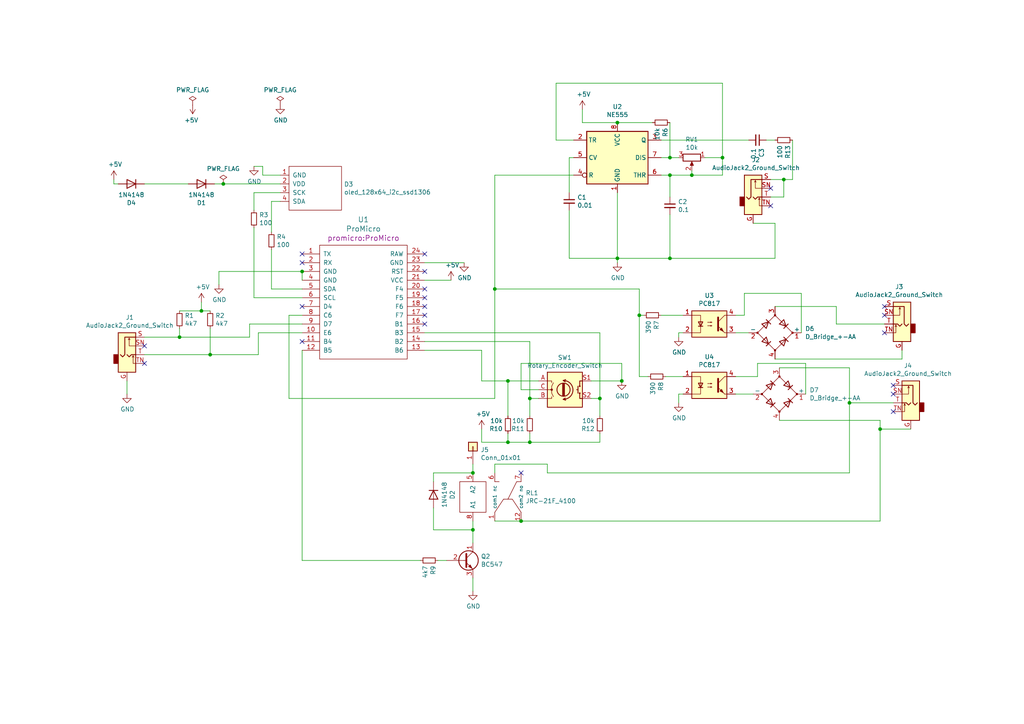
<source format=kicad_sch>
(kicad_sch (version 20211123) (generator eeschema)
  (paper "A4")
  (lib_symbols
    (symbol "Connector:AudioJack2_Ground_Switch"
      (property "Reference" "J" (at 0 11.43 0))
      (property "Value" "AudioJack2_Ground_Switch" (at 0 8.89 0))
      (symbol "AudioJack2_Ground_Switch_0_1"
        (rectangle (start -2.54 -2.54) (end -3.81 0) (stroke (width 0.254)) (fill (type outline)))
        (rectangle (start 2.54 6.35) (end -2.54 -5.08) (stroke (width 0.254)) (fill (type background)))
      )
      (symbol "AudioJack2_Ground_Switch_1_1"
        (polyline (pts (xy 0.635 4.826) (xy 0.889 4.318)))
        (polyline (pts (xy 1.778 -0.254) (xy 2.032 -0.762)))
        (polyline (pts (xy 0 0) (xy 0.635 -0.635) (xy 1.27 0) (xy 2.54 0)) (stroke (width 0.254)))
        (polyline (pts (xy 2.54 -2.54) (xy 1.778 -2.54) (xy 1.778 -0.254) (xy 1.524 -0.762)))
        (polyline (pts (xy 2.54 2.54) (xy 0.635 2.54) (xy 0.635 4.826) (xy 0.381 4.318)))
        (polyline (pts (xy 2.54 5.08) (xy -0.635 5.08) (xy -0.635 0) (xy -1.27 -0.635) (xy -1.905 0)) (stroke (width 0.254)))
        (pin passive line (at 0 -7.62 90) (length 2.54) (name "~") (number "G"))
        (pin passive line (at 5.08 5.08 180) (length 2.54) (name "~") (number "S"))
        (pin passive line (at 5.08 2.54 180) (length 2.54) (name "~") (number "SN"))
        (pin passive line (at 5.08 0 180) (length 2.54) (name "~") (number "T"))
        (pin passive line (at 5.08 -2.54 180) (length 2.54) (name "~") (number "TN"))
      )
    )
    (symbol "Connector_Generic:Conn_01x01" (pin_names (offset 1.016) hide)
      (property "Reference" "J" (at 0 2.54 0))
      (property "Value" "Conn_01x01" (at 0 -2.54 0))
      (symbol "Conn_01x01_1_1"
        (rectangle (start -1.27 0.127) (end 0 -0.127) (stroke (width 0.1524)))
        (rectangle (start -1.27 1.27) (end 1.27 -1.27) (stroke (width 0.254)) (fill (type background)))
        (pin passive line (at -5.08 0 0) (length 3.81) (name "Pin_1") (number "1"))
      )
    )
    (symbol "Device:C_Small" (pin_numbers hide) (pin_names (offset 0.254) hide)
      (property "Reference" "C" (at 0.254 1.778 0))
      (property "Value" "C_Small" (at 0.254 -2.032 0))
      (symbol "C_Small_0_1"
        (polyline (pts (xy -1.524 -0.508) (xy 1.524 -0.508)) (stroke (width 0.3302)))
        (polyline (pts (xy -1.524 0.508) (xy 1.524 0.508)) (stroke (width 0.3048)))
      )
      (symbol "C_Small_1_1"
        (pin passive line (at 0 2.54 270) (length 2.032) (name "~") (number "1"))
        (pin passive line (at 0 -2.54 90) (length 2.032) (name "~") (number "2"))
      )
    )
    (symbol "Device:D_Bridge_+-AA" (pin_names (offset 0))
      (property "Reference" "D" (at 2.54 6.985 0))
      (property "Value" "D_Bridge_+-AA" (at 2.54 5.08 0))
      (symbol "D_Bridge_+-AA_0_1"
        (circle (center -5.08 0) (radius 0.254) (fill (type outline)))
        (circle (center 0 -5.08) (radius 0.254) (fill (type outline)))
        (polyline (pts (xy -2.54 3.81) (xy -1.27 2.54)) (stroke (width 0.254)))
        (polyline (pts (xy -1.27 -2.54) (xy -2.54 -3.81)) (stroke (width 0.254)))
        (polyline (pts (xy 2.54 -1.27) (xy 3.81 -2.54)) (stroke (width 0.254)))
        (polyline (pts (xy 2.54 1.27) (xy 3.81 2.54)) (stroke (width 0.254)))
        (polyline (pts (xy -3.81 2.54) (xy -2.54 1.27) (xy -1.905 3.175) (xy -3.81 2.54)) (stroke (width 0.254)))
        (polyline (pts (xy -2.54 -1.27) (xy -3.81 -2.54) (xy -1.905 -3.175) (xy -2.54 -1.27)) (stroke (width 0.254)))
        (polyline (pts (xy 1.27 2.54) (xy 2.54 3.81) (xy 3.175 1.905) (xy 1.27 2.54)) (stroke (width 0.254)))
        (polyline (pts (xy 3.175 -1.905) (xy 1.27 -2.54) (xy 2.54 -3.81) (xy 3.175 -1.905)) (stroke (width 0.254)))
        (polyline (pts (xy -5.08 0) (xy 0 -5.08) (xy 5.08 0) (xy 0 5.08) (xy -5.08 0)))
        (circle (center 0 5.08) (radius 0.254) (fill (type outline)))
        (circle (center 5.08 0) (radius 0.254) (fill (type outline)))
      )
      (symbol "D_Bridge_+-AA_1_1"
        (pin passive line (at 7.62 0 180) (length 2.54) (name "+") (number "1"))
        (pin passive line (at -7.62 0 0) (length 2.54) (name "-") (number "2"))
        (pin passive line (at 0 7.62 270) (length 2.54) (name "~") (number "3"))
        (pin passive line (at 0 -7.62 90) (length 2.54) (name "~") (number "4"))
      )
    )
    (symbol "Device:R_POT" (pin_names (offset 1.016) hide)
      (property "Reference" "RV" (at -4.445 0 90))
      (property "Value" "Device_R_POT" (at -2.54 0 90))
      (symbol "R_POT_0_1"
        (polyline (pts (xy 2.54 0) (xy 1.524 0)))
        (polyline (pts (xy 1.143 0) (xy 2.286 0.508) (xy 2.286 -0.508) (xy 1.143 0)) (fill (type outline)))
        (rectangle (start 1.016 2.54) (end -1.016 -2.54) (stroke (width 0.254)))
      )
      (symbol "R_POT_1_1"
        (pin passive line (at 0 3.81 270) (length 1.27) (name "1") (number "1"))
        (pin passive line (at 3.81 0 180) (length 1.27) (name "2") (number "2"))
        (pin passive line (at 0 -3.81 90) (length 1.27) (name "3") (number "3"))
      )
    )
    (symbol "Device:R_Small" (pin_numbers hide) (pin_names (offset 0.254) hide)
      (property "Reference" "R" (at 0.762 0.508 0))
      (property "Value" "R_Small" (at 0.762 -1.016 0))
      (symbol "R_Small_0_1"
        (rectangle (start -0.762 1.778) (end 0.762 -1.778) (stroke (width 0.2032)))
      )
      (symbol "R_Small_1_1"
        (pin passive line (at 0 2.54 270) (length 0.762) (name "~") (number "1"))
        (pin passive line (at 0 -2.54 90) (length 0.762) (name "~") (number "2"))
      )
    )
    (symbol "Device:Rotary_Encoder_Switch" (pin_names (offset 0.254) hide)
      (property "Reference" "SW" (at 0 6.604 0))
      (property "Value" "Device_Rotary_Encoder_Switch" (at 0 -6.604 0))
      (symbol "Rotary_Encoder_Switch_0_1"
        (rectangle (start -5.08 5.08) (end 5.08 -5.08) (stroke (width 0.254)) (fill (type background)))
        (circle (center -3.81 0) (radius 0.254) (fill (type outline)))
        (arc (start -0.381 -2.794) (mid 2.3622 -0.0508) (end -0.381 2.667) (stroke (width 0.254)))
        (circle (center -0.381 0) (radius 1.905) (stroke (width 0.254)))
        (polyline (pts (xy -0.635 -1.778) (xy -0.635 1.778)) (stroke (width 0.254)))
        (polyline (pts (xy -0.381 -1.778) (xy -0.381 1.778)) (stroke (width 0.254)))
        (polyline (pts (xy -0.127 1.778) (xy -0.127 -1.778)) (stroke (width 0.254)))
        (polyline (pts (xy 3.81 0) (xy 3.429 0)) (stroke (width 0.254)))
        (polyline (pts (xy 3.81 1.016) (xy 3.81 -1.016)) (stroke (width 0.254)))
        (polyline (pts (xy -5.08 -2.54) (xy -3.81 -2.54) (xy -3.81 -2.032)))
        (polyline (pts (xy -5.08 2.54) (xy -3.81 2.54) (xy -3.81 2.032)))
        (polyline (pts (xy 0.254 -3.048) (xy -0.508 -2.794) (xy 0.127 -2.413)) (stroke (width 0.254)))
        (polyline (pts (xy 0.254 2.921) (xy -0.508 2.667) (xy 0.127 2.286)) (stroke (width 0.254)))
        (polyline (pts (xy 5.08 -2.54) (xy 4.318 -2.54) (xy 4.318 -1.016)) (stroke (width 0.254)))
        (polyline (pts (xy 5.08 2.54) (xy 4.318 2.54) (xy 4.318 1.016)) (stroke (width 0.254)))
        (polyline (pts (xy -5.08 0) (xy -3.81 0) (xy -3.81 -1.016) (xy -3.302 -2.032)))
        (polyline (pts (xy -4.318 0) (xy -3.81 0) (xy -3.81 1.016) (xy -3.302 2.032)))
        (circle (center 4.318 -1.016) (radius 0.127) (stroke (width 0.254)))
        (circle (center 4.318 1.016) (radius 0.127) (stroke (width 0.254)))
      )
      (symbol "Rotary_Encoder_Switch_1_1"
        (pin passive line (at -7.62 2.54 0) (length 2.54) (name "A") (number "A"))
        (pin passive line (at -7.62 -2.54 0) (length 2.54) (name "B") (number "B"))
        (pin passive line (at -7.62 0 0) (length 2.54) (name "C") (number "C"))
        (pin passive line (at 7.62 2.54 180) (length 2.54) (name "S1") (number "S1"))
        (pin passive line (at 7.62 -2.54 180) (length 2.54) (name "S2") (number "S2"))
      )
    )
    (symbol "Diode:1N4148" (pin_numbers hide) (pin_names (offset 1.016) hide)
      (property "Reference" "D" (at 0 2.54 0))
      (property "Value" "1N4148" (at 0 -2.54 0))
      (symbol "1N4148_0_1"
        (polyline (pts (xy -1.27 1.27) (xy -1.27 -1.27)) (stroke (width 0.254)))
        (polyline (pts (xy 1.27 0) (xy -1.27 0)))
        (polyline (pts (xy 1.27 1.27) (xy 1.27 -1.27) (xy -1.27 0) (xy 1.27 1.27)) (stroke (width 0.254)))
      )
      (symbol "1N4148_1_1"
        (pin passive line (at -3.81 0 0) (length 2.54) (name "K") (number "1"))
        (pin passive line (at 3.81 0 180) (length 2.54) (name "A") (number "2"))
      )
    )
    (symbol "Isolator:PC817" (pin_names (offset 1.016))
      (property "Reference" "U" (at -5.08 5.08 0))
      (property "Value" "PC817" (at 0 5.08 0))
      (symbol "PC817_0_1"
        (rectangle (start -5.08 3.81) (end 5.08 -3.81) (stroke (width 0.254)) (fill (type background)))
        (polyline (pts (xy -3.175 -0.635) (xy -1.905 -0.635)) (stroke (width 0.254)))
        (polyline (pts (xy 2.54 0.635) (xy 4.445 2.54)))
        (polyline (pts (xy 4.445 -2.54) (xy 2.54 -0.635)) (fill (type outline)))
        (polyline (pts (xy 4.445 -2.54) (xy 5.08 -2.54)))
        (polyline (pts (xy 4.445 2.54) (xy 5.08 2.54)))
        (polyline (pts (xy -5.08 2.54) (xy -2.54 2.54) (xy -2.54 -0.635)))
        (polyline (pts (xy -2.54 -0.635) (xy -2.54 -2.54) (xy -5.08 -2.54)))
        (polyline (pts (xy 2.54 1.905) (xy 2.54 -1.905) (xy 2.54 -1.905)) (stroke (width 0.508)))
        (polyline (pts (xy -2.54 -0.635) (xy -3.175 0.635) (xy -1.905 0.635) (xy -2.54 -0.635)) (stroke (width 0.254)))
        (polyline (pts (xy -0.508 -0.508) (xy 0.762 -0.508) (xy 0.381 -0.635) (xy 0.381 -0.381) (xy 0.762 -0.508)))
        (polyline (pts (xy -0.508 0.508) (xy 0.762 0.508) (xy 0.381 0.381) (xy 0.381 0.635) (xy 0.762 0.508)))
        (polyline (pts (xy 3.048 -1.651) (xy 3.556 -1.143) (xy 4.064 -2.159) (xy 3.048 -1.651) (xy 3.048 -1.651)) (fill (type outline)))
      )
      (symbol "PC817_1_1"
        (pin passive line (at -7.62 2.54 0) (length 2.54) (name "~") (number "1"))
        (pin passive line (at -7.62 -2.54 0) (length 2.54) (name "~") (number "2"))
        (pin passive line (at 7.62 -2.54 180) (length 2.54) (name "~") (number "3"))
        (pin passive line (at 7.62 2.54 180) (length 2.54) (name "~") (number "4"))
      )
    )
    (symbol "Transistor_BJT:BC547" (pin_names (offset 0) hide)
      (property "Reference" "Q" (at 5.08 1.905 0))
      (property "Value" "BC547" (at 5.08 0 0))
      (symbol "BC547_0_1"
        (polyline (pts (xy 0 0) (xy 0.635 0)))
        (polyline (pts (xy 0.635 0.635) (xy 2.54 2.54)))
        (polyline (pts (xy 0.635 -0.635) (xy 2.54 -2.54) (xy 2.54 -2.54)))
        (polyline (pts (xy 0.635 1.905) (xy 0.635 -1.905) (xy 0.635 -1.905)) (stroke (width 0.508)))
        (polyline (pts (xy 1.27 -1.778) (xy 1.778 -1.27) (xy 2.286 -2.286) (xy 1.27 -1.778) (xy 1.27 -1.778)) (fill (type outline)))
        (circle (center 1.27 0) (radius 2.8194) (stroke (width 0.254)))
      )
      (symbol "BC547_1_1"
        (pin passive line (at 2.54 5.08 270) (length 2.54) (name "C") (number "1"))
        (pin input line (at -5.08 0 0) (length 5.08) (name "B") (number "2"))
        (pin passive line (at 2.54 -5.08 90) (length 2.54) (name "E") (number "3"))
      )
    )
    (symbol "manipulyator-v4-rescue:JRC-21F_4100-Relay" (pin_names (offset 1.016))
      (property "Reference" "RL" (at -5.08 -12.7 0))
      (property "Value" "JRC-21F_4100-Relay" (at -3.81 12.7 0))
      (symbol "JRC-21F_4100-Relay_0_1"
        (rectangle (start -13.97 -1.27) (end -13.97 -1.27))
        (rectangle (start -13.97 3.81) (end -6.35 -5.08))
        (polyline (pts (xy -3.81 -5.08) (xy -1.27 -1.27)))
        (polyline (pts (xy -3.81 3.81) (xy -2.54 3.81)))
        (polyline (pts (xy -1.27 -1.27) (xy 1.27 -1.27)))
        (polyline (pts (xy 0 -1.27) (xy 2.54 3.81)))
        (polyline (pts (xy 3.81 -5.08) (xy 1.27 -1.27)))
        (polyline (pts (xy 3.81 3.81) (xy 2.54 3.81)))
      )
      (symbol "JRC-21F_4100-Relay_1_1"
        (pin input line (at -3.81 -7.62 90) (length 2.54) (name "com1") (number "1"))
        (pin input line (at 3.81 -7.62 90) (length 2.54) (name "com2") (number "12"))
        (pin input line (at -10.16 6.35 270) (length 2.54) (name "A2") (number "5"))
        (pin input line (at -3.81 6.35 270) (length 2.54) (name "nc") (number "6"))
        (pin input line (at 3.81 6.35 270) (length 2.54) (name "no") (number "7"))
        (pin input line (at -10.16 -7.62 90) (length 2.54) (name "A1") (number "8"))
      )
    )
    (symbol "manipulyator-v4-rescue:NE555-Timer"
      (property "Reference" "U" (at -10.16 8.89 0))
      (property "Value" "NE555-Timer" (at 2.54 8.89 0))
      (symbol "NE555-Timer_0_0"
        (pin power_in line (at 0 -10.16 90) (length 2.54) (name "GND") (number "1"))
        (pin power_in line (at 0 10.16 270) (length 2.54) (name "VCC") (number "8"))
      )
      (symbol "NE555-Timer_0_1"
        (rectangle (start -8.89 -7.62) (end 8.89 7.62) (stroke (width 0.254)) (fill (type background)))
        (rectangle (start -8.89 -7.62) (end 8.89 7.62) (stroke (width 0.254)) (fill (type background)))
      )
      (symbol "NE555-Timer_1_1"
        (pin input line (at -12.7 5.08 0) (length 3.81) (name "TR") (number "2"))
        (pin output line (at 12.7 5.08 180) (length 3.81) (name "Q") (number "3"))
        (pin input inverted (at -12.7 -5.08 0) (length 3.81) (name "R") (number "4"))
        (pin input line (at -12.7 0 0) (length 3.81) (name "CV") (number "5"))
        (pin input line (at 12.7 -5.08 180) (length 3.81) (name "THR") (number "6"))
        (pin input line (at 12.7 0 180) (length 3.81) (name "DIS") (number "7"))
      )
    )
    (symbol "manipulyator-v4-rescue:ProMicro-promicro" (pin_names (offset 1.016))
      (property "Reference" "U" (at 0 24.13 0))
      (property "Value" "ProMicro-promicro" (at 0 -13.97 0))
      (symbol "ProMicro-promicro_0_1"
        (rectangle (start -12.7 21.59) (end 12.7 -11.43))
      )
      (symbol "ProMicro-promicro_1_1"
        (pin bidirectional line (at -17.78 19.05 0) (length 5.08) (name "TX") (number "1"))
        (pin bidirectional line (at -17.78 -3.81 0) (length 5.08) (name "E6") (number "10"))
        (pin bidirectional line (at -17.78 -6.35 0) (length 5.08) (name "B4") (number "11"))
        (pin bidirectional line (at -17.78 -8.89 0) (length 5.08) (name "B5") (number "12"))
        (pin bidirectional line (at 17.78 -8.89 180) (length 5.08) (name "B6") (number "13"))
        (pin bidirectional line (at 17.78 -6.35 180) (length 5.08) (name "B2") (number "14"))
        (pin bidirectional line (at 17.78 -3.81 180) (length 5.08) (name "B3") (number "15"))
        (pin bidirectional line (at 17.78 -1.27 180) (length 5.08) (name "B1") (number "16"))
        (pin bidirectional line (at 17.78 1.27 180) (length 5.08) (name "F7") (number "17"))
        (pin bidirectional line (at 17.78 3.81 180) (length 5.08) (name "F6") (number "18"))
        (pin bidirectional line (at 17.78 6.35 180) (length 5.08) (name "F5") (number "19"))
        (pin bidirectional line (at -17.78 16.51 0) (length 5.08) (name "RX") (number "2"))
        (pin bidirectional line (at 17.78 8.89 180) (length 5.08) (name "F4") (number "20"))
        (pin power_in line (at 17.78 11.43 180) (length 5.08) (name "VCC") (number "21"))
        (pin input line (at 17.78 13.97 180) (length 5.08) (name "RST") (number "22"))
        (pin power_in line (at 17.78 16.51 180) (length 5.08) (name "GND") (number "23"))
        (pin power_out line (at 17.78 19.05 180) (length 5.08) (name "RAW") (number "24"))
        (pin power_in line (at -17.78 13.97 0) (length 5.08) (name "GND") (number "3"))
        (pin power_in line (at -17.78 11.43 0) (length 5.08) (name "GND") (number "4"))
        (pin bidirectional line (at -17.78 8.89 0) (length 5.08) (name "SDA") (number "5"))
        (pin bidirectional line (at -17.78 6.35 0) (length 5.08) (name "SCL") (number "6"))
        (pin bidirectional line (at -17.78 3.81 0) (length 5.08) (name "D4") (number "7"))
        (pin bidirectional line (at -17.78 1.27 0) (length 5.08) (name "C6") (number "8"))
        (pin bidirectional line (at -17.78 -1.27 0) (length 5.08) (name "D7") (number "9"))
      )
    )
    (symbol "manipulyator-v4-rescue:oled_128x64_i2c_ssd1306-Display_Graphic-manipulyator-v3-rescue" (pin_names (offset 1.016))
      (property "Reference" "D" (at 0 7.62 0))
      (property "Value" "oled_128x64_i2c_ssd1306-Display_Graphic-manipulyator-v3-rescue" (at 0 -7.62 0))
      (symbol "oled_128x64_i2c_ssd1306-Display_Graphic-manipulyator-v3-rescue_0_1"
        (rectangle (start -7.62 6.35) (end 7.62 -6.35))
      )
      (symbol "oled_128x64_i2c_ssd1306-Display_Graphic-manipulyator-v3-rescue_1_1"
        (pin power_in line (at -10.16 3.81 0) (length 2.54) (name "GND") (number "1"))
        (pin power_in line (at -10.16 1.27 0) (length 2.54) (name "VDD") (number "2"))
        (pin input line (at -10.16 -1.27 0) (length 2.54) (name "SCK") (number "3"))
        (pin input line (at -10.16 -3.81 0) (length 2.54) (name "SDA") (number "4"))
      )
    )
    (symbol "power:+5V" (power) (pin_names (offset 0))
      (property "Value" "+5V" (at 0 3.556 0))
      (symbol "+5V_0_1"
        (polyline (pts (xy -0.762 1.27) (xy 0 2.54)))
        (polyline (pts (xy 0 0) (xy 0 2.54)))
        (polyline (pts (xy 0 2.54) (xy 0.762 1.27)))
      )
      (symbol "+5V_1_1"
        (pin power_in line (at 0 0 90) (length 0) hide (name "+5V") (number "1"))
      )
    )
    (symbol "power:GND" (power) (pin_names (offset 0))
      (property "Value" "GND" (at 0 -3.81 0))
      (symbol "GND_0_1"
        (polyline (pts (xy 0 0) (xy 0 -1.27) (xy 1.27 -1.27) (xy 0 -2.54) (xy -1.27 -1.27) (xy 0 -1.27)))
      )
      (symbol "GND_1_1"
        (pin power_in line (at 0 0 270) (length 0) hide (name "GND") (number "1"))
      )
    )
    (symbol "power:PWR_FLAG" (power) (pin_numbers hide) (pin_names (offset 0) hide)
      (property "Value" "PWR_FLAG" (at 0 3.81 0))
      (symbol "PWR_FLAG_0_0"
        (pin power_out line (at 0 0 90) (length 0) (name "pwr") (number "1"))
      )
      (symbol "PWR_FLAG_0_1"
        (polyline (pts (xy 0 0) (xy 0 1.27) (xy -1.016 1.905) (xy 0 2.54) (xy 1.016 1.905) (xy 0 1.27)))
      )
    )
  )
  (junction (at 64.77 53.34))
  (junction (at 143.51 83.82))
  (junction (at 194.31 50.8))
  (junction (at 194.31 45.72))
  (junction (at 173.99 115.57))
  (junction (at 137.16 137.16))
  (junction (at 147.32 128.27))
  (junction (at 255.27 124.46))
  (junction (at 137.16 153.67))
  (junction (at 185.42 91.44))
  (junction (at 147.32 110.49))
  (junction (at 60.96 102.87))
  (junction (at 246.38 116.84))
  (junction (at 180.34 110.49))
  (junction (at 200.66 50.8))
  (junction (at 153.67 128.27))
  (junction (at 52.07 97.79))
  (junction (at 151.13 151.13))
  (junction (at 58.42 90.17))
  (junction (at 153.67 115.57))
  (junction (at 87.63 78.74))
  (junction (at 227.33 52.07))
  (junction (at 209.55 45.72))
  (junction (at 179.07 35.56))
  (junction (at 194.31 74.93))
  (junction (at 179.07 74.93))
  (no_connect (at 256.54 88.9))
  (no_connect (at 41.91 100.33))
  (no_connect (at 259.08 119.38))
  (no_connect (at 87.63 88.9))
  (no_connect (at 87.63 99.06))
  (no_connect (at 256.54 91.44))
  (no_connect (at 123.19 86.36))
  (no_connect (at 123.19 88.9))
  (no_connect (at 123.19 78.74))
  (no_connect (at 151.13 137.16))
  (no_connect (at 259.08 114.3))
  (no_connect (at 256.54 96.52))
  (no_connect (at 123.19 73.66))
  (no_connect (at 223.52 54.61))
  (no_connect (at 123.19 83.82))
  (no_connect (at 259.08 111.76))
  (no_connect (at 223.52 59.69))
  (no_connect (at 41.91 105.41))
  (no_connect (at 123.19 91.44))
  (no_connect (at 87.63 76.2))
  (no_connect (at 87.63 73.66))
  (no_connect (at 123.19 93.98))
  (wire (pts (xy 198.12 114.3) (xy 196.85 114.3)))
  (wire (pts (xy 171.45 110.49) (xy 180.34 110.49)))
  (wire (pts (xy 223.52 57.15) (xy 227.33 57.15)))
  (wire (pts (xy 76.2 48.26) (xy 76.2 50.8)))
  (wire (pts (xy 153.67 99.06) (xy 153.67 115.57)))
  (wire (pts (xy 224.79 64.77) (xy 218.44 64.77)))
  (wire (pts (xy 60.96 102.87) (xy 60.96 95.25)))
  (wire (pts (xy 223.52 52.07) (xy 227.33 52.07)))
  (wire (pts (xy 52.07 97.79) (xy 41.91 97.79)))
  (wire (pts (xy 194.31 62.23) (xy 194.31 74.93)))
  (wire (pts (xy 242.57 88.9) (xy 242.57 93.98)))
  (wire (pts (xy 143.51 115.57) (xy 83.82 115.57)))
  (wire (pts (xy 226.06 121.92) (xy 255.27 121.92)))
  (wire (pts (xy 185.42 91.44) (xy 186.69 91.44)))
  (wire (pts (xy 246.38 116.84) (xy 259.08 116.84)))
  (wire (pts (xy 125.73 139.7) (xy 125.73 137.16)))
  (wire (pts (xy 143.51 50.8) (xy 166.37 50.8)))
  (wire (pts (xy 194.31 45.72) (xy 191.77 45.72)))
  (wire (pts (xy 78.74 83.82) (xy 87.63 83.82)))
  (wire (pts (xy 87.63 96.52) (xy 74.93 96.52)))
  (wire (pts (xy 224.79 88.9) (xy 242.57 88.9)))
  (wire (pts (xy 33.02 52.07) (xy 33.02 53.34)))
  (wire (pts (xy 198.12 109.22) (xy 193.04 109.22)))
  (wire (pts (xy 52.07 90.17) (xy 58.42 90.17)))
  (wire (pts (xy 139.7 128.27) (xy 147.32 128.27)))
  (wire (pts (xy 156.21 113.03) (xy 151.13 113.03)))
  (wire (pts (xy 58.42 90.17) (xy 60.96 90.17)))
  (wire (pts (xy 83.82 115.57) (xy 83.82 91.44)))
  (wire (pts (xy 127 162.56) (xy 129.54 162.56)))
  (wire (pts (xy 123.19 99.06) (xy 153.67 99.06)))
  (wire (pts (xy 52.07 95.25) (xy 52.07 97.79)))
  (wire (pts (xy 198.12 96.52) (xy 196.85 96.52)))
  (wire (pts (xy 246.38 106.68) (xy 246.38 116.84)))
  (wire (pts (xy 232.41 96.52) (xy 232.41 85.09)))
  (wire (pts (xy 173.99 128.27) (xy 153.67 128.27)))
  (wire (pts (xy 173.99 125.73) (xy 173.99 128.27)))
  (wire (pts (xy 151.13 151.13) (xy 255.27 151.13)))
  (wire (pts (xy 219.71 105.41) (xy 219.71 109.22)))
  (wire (pts (xy 73.66 55.88) (xy 73.66 60.96)))
  (wire (pts (xy 153.67 115.57) (xy 153.67 120.65)))
  (wire (pts (xy 72.39 93.98) (xy 72.39 97.79)))
  (wire (pts (xy 78.74 72.39) (xy 78.74 83.82)))
  (wire (pts (xy 153.67 128.27) (xy 147.32 128.27)))
  (wire (pts (xy 123.19 101.6) (xy 139.7 101.6)))
  (wire (pts (xy 64.77 53.34) (xy 81.28 53.34)))
  (wire (pts (xy 194.31 57.15) (xy 194.31 50.8)))
  (wire (pts (xy 143.51 137.16) (xy 143.51 134.62)))
  (wire (pts (xy 87.63 81.28) (xy 87.63 78.74)))
  (wire (pts (xy 179.07 55.88) (xy 179.07 74.93)))
  (wire (pts (xy 242.57 93.98) (xy 256.54 93.98)))
  (wire (pts (xy 63.5 78.74) (xy 63.5 82.55)))
  (wire (pts (xy 158.75 137.16) (xy 246.38 137.16)))
  (wire (pts (xy 161.29 40.64) (xy 166.37 40.64)))
  (wire (pts (xy 165.1 55.88) (xy 165.1 45.72)))
  (wire (pts (xy 147.32 120.65) (xy 147.32 110.49)))
  (wire (pts (xy 196.85 114.3) (xy 196.85 116.84)))
  (wire (pts (xy 185.42 109.22) (xy 185.42 91.44)))
  (wire (pts (xy 74.93 102.87) (xy 60.96 102.87)))
  (wire (pts (xy 180.34 105.41) (xy 180.34 110.49)))
  (wire (pts (xy 147.32 110.49) (xy 156.21 110.49)))
  (wire (pts (xy 209.55 24.13) (xy 209.55 45.72)))
  (wire (pts (xy 261.62 104.14) (xy 261.62 101.6)))
  (wire (pts (xy 185.42 91.44) (xy 185.42 83.82)))
  (wire (pts (xy 137.16 134.62) (xy 137.16 137.16)))
  (wire (pts (xy 143.51 151.13) (xy 151.13 151.13)))
  (wire (pts (xy 87.63 93.98) (xy 72.39 93.98)))
  (wire (pts (xy 189.23 35.56) (xy 179.07 35.56)))
  (wire (pts (xy 173.99 96.52) (xy 173.99 115.57)))
  (wire (pts (xy 134.62 76.2) (xy 123.19 76.2)))
  (wire (pts (xy 81.28 50.8) (xy 76.2 50.8)))
  (wire (pts (xy 73.66 86.36) (xy 87.63 86.36)))
  (wire (pts (xy 255.27 151.13) (xy 255.27 124.46)))
  (wire (pts (xy 125.73 147.32) (xy 125.73 153.67)))
  (wire (pts (xy 209.55 45.72) (xy 209.55 50.8)))
  (wire (pts (xy 72.39 97.79) (xy 52.07 97.79)))
  (wire (pts (xy 224.79 104.14) (xy 261.62 104.14)))
  (wire (pts (xy 36.83 110.49) (xy 36.83 114.3)))
  (wire (pts (xy 83.82 91.44) (xy 87.63 91.44)))
  (wire (pts (xy 33.02 53.34) (xy 34.29 53.34)))
  (wire (pts (xy 255.27 124.46) (xy 264.16 124.46)))
  (wire (pts (xy 185.42 83.82) (xy 143.51 83.82)))
  (wire (pts (xy 218.44 114.3) (xy 213.36 114.3)))
  (wire (pts (xy 232.41 85.09) (xy 215.9 85.09)))
  (wire (pts (xy 121.92 162.56) (xy 87.63 162.56)))
  (wire (pts (xy 73.66 48.26) (xy 76.2 48.26)))
  (wire (pts (xy 168.91 31.75) (xy 168.91 35.56)))
  (wire (pts (xy 125.73 153.67) (xy 137.16 153.67)))
  (wire (pts (xy 87.63 78.74) (xy 63.5 78.74)))
  (wire (pts (xy 194.31 74.93) (xy 179.07 74.93)))
  (wire (pts (xy 139.7 101.6) (xy 139.7 110.49)))
  (wire (pts (xy 233.68 105.41) (xy 219.71 105.41)))
  (wire (pts (xy 198.12 91.44) (xy 191.77 91.44)))
  (wire (pts (xy 137.16 153.67) (xy 137.16 151.13)))
  (wire (pts (xy 41.91 53.34) (xy 54.61 53.34)))
  (wire (pts (xy 229.87 52.07) (xy 227.33 52.07)))
  (wire (pts (xy 196.85 45.72) (xy 194.31 45.72)))
  (wire (pts (xy 217.17 96.52) (xy 213.36 96.52)))
  (wire (pts (xy 78.74 58.42) (xy 78.74 67.31)))
  (wire (pts (xy 81.28 58.42) (xy 78.74 58.42)))
  (wire (pts (xy 179.07 74.93) (xy 179.07 76.2)))
  (wire (pts (xy 200.66 50.8) (xy 209.55 50.8)))
  (wire (pts (xy 165.1 74.93) (xy 179.07 74.93)))
  (wire (pts (xy 143.51 50.8) (xy 143.51 83.82)))
  (wire (pts (xy 62.23 53.34) (xy 64.77 53.34)))
  (wire (pts (xy 41.91 102.87) (xy 60.96 102.87)))
  (wire (pts (xy 158.75 134.62) (xy 158.75 137.16)))
  (wire (pts (xy 168.91 35.56) (xy 179.07 35.56)))
  (wire (pts (xy 161.29 24.13) (xy 161.29 40.64)))
  (wire (pts (xy 143.51 134.62) (xy 158.75 134.62)))
  (wire (pts (xy 165.1 60.96) (xy 165.1 74.93)))
  (wire (pts (xy 58.42 87.63) (xy 58.42 90.17)))
  (wire (pts (xy 74.93 96.52) (xy 74.93 102.87)))
  (wire (pts (xy 173.99 120.65) (xy 173.99 115.57)))
  (wire (pts (xy 139.7 110.49) (xy 147.32 110.49)))
  (wire (pts (xy 143.51 83.82) (xy 143.51 115.57)))
  (wire (pts (xy 156.21 115.57) (xy 153.67 115.57)))
  (wire (pts (xy 194.31 35.56) (xy 194.31 45.72)))
  (wire (pts (xy 147.32 128.27) (xy 147.32 125.73)))
  (wire (pts (xy 226.06 106.68) (xy 246.38 106.68)))
  (wire (pts (xy 217.17 40.64) (xy 191.77 40.64)))
  (wire (pts (xy 227.33 57.15) (xy 227.33 52.07)))
  (wire (pts (xy 229.87 40.64) (xy 229.87 52.07)))
  (wire (pts (xy 246.38 116.84) (xy 246.38 137.16)))
  (wire (pts (xy 87.63 162.56) (xy 87.63 101.6)))
  (wire (pts (xy 137.16 167.64) (xy 137.16 171.45)))
  (wire (pts (xy 200.66 49.53) (xy 200.66 50.8)))
  (wire (pts (xy 224.79 74.93) (xy 224.79 64.77)))
  (wire (pts (xy 73.66 66.04) (xy 73.66 86.36)))
  (wire (pts (xy 165.1 45.72) (xy 166.37 45.72)))
  (wire (pts (xy 194.31 50.8) (xy 200.66 50.8)))
  (wire (pts (xy 137.16 157.48) (xy 137.16 153.67)))
  (wire (pts (xy 161.29 24.13) (xy 209.55 24.13)))
  (wire (pts (xy 153.67 125.73) (xy 153.67 128.27)))
  (wire (pts (xy 191.77 50.8) (xy 194.31 50.8)))
  (wire (pts (xy 219.71 109.22) (xy 213.36 109.22)))
  (wire (pts (xy 139.7 124.46) (xy 139.7 128.27)))
  (wire (pts (xy 81.28 55.88) (xy 73.66 55.88)))
  (wire (pts (xy 130.81 81.28) (xy 123.19 81.28)))
  (wire (pts (xy 151.13 105.41) (xy 180.34 105.41)))
  (wire (pts (xy 224.79 74.93) (xy 194.31 74.93)))
  (wire (pts (xy 224.79 40.64) (xy 222.25 40.64)))
  (wire (pts (xy 215.9 85.09) (xy 215.9 91.44)))
  (wire (pts (xy 123.19 96.52) (xy 173.99 96.52)))
  (wire (pts (xy 255.27 121.92) (xy 255.27 124.46)))
  (wire (pts (xy 173.99 115.57) (xy 171.45 115.57)))
  (wire (pts (xy 151.13 113.03) (xy 151.13 105.41)))
  (wire (pts (xy 125.73 137.16) (xy 137.16 137.16)))
  (wire (pts (xy 233.68 114.3) (xy 233.68 105.41)))
  (wire (pts (xy 196.85 96.52) (xy 196.85 97.79)))
  (wire (pts (xy 187.96 109.22) (xy 185.42 109.22)))
  (wire (pts (xy 215.9 91.44) (xy 213.36 91.44)))
  (wire (pts (xy 204.47 45.72) (xy 209.55 45.72)))
  (symbol (lib_id "manipulyator-v4-rescue:ProMicro-promicro") (at 105.41 92.71 0) (unit 1)
    (property "Reference" "U1" (at 105.41 63.6778 0) (effects (font (size 1.524 1.524))))
    (property "Value" "ProMicro" (at 105.41 66.3702 0) (effects (font (size 1.524 1.524))))
    (property "Footprint" "promicro:ProMicro" (at 105.41 69.0626 0) (effects (font (size 1.524 1.524))))
  )
  (symbol (lib_id "manipulyator-v4-rescue:oled_128x64_i2c_ssd1306-Display_Graphic-manipulyator-v3-rescue") (at 91.44 54.61 0) (unit 1)
    (property "Reference" "D3" (at 99.7712 53.4416 0) (effects (justify left)))
    (property "Value" "oled_128x64_i2c_ssd1306" (at 99.7712 55.753 0) (effects (justify left)))
    (property "Footprint" "Display:oled_128x64_i2c_ssd1306" (effects hide))
  )
  (symbol (lib_id "Device:R_Small") (at 52.07 92.71 0) (unit 1)
    (property "Reference" "R1" (at 53.5686 91.5416 0) (effects (justify left)))
    (property "Value" "4k7" (at 53.5686 93.853 0) (effects (justify left)))
    (property "Footprint" "Resistor_SMD:R_0805_2012Metric_Pad1.15x1.40mm_HandSolder" (effects hide))
  )
  (symbol (lib_id "Diode:1N4148") (at 58.42 53.34 180) (unit 1)
    (property "Reference" "D1" (at 58.42 58.8264 0))
    (property "Value" "1N4148" (at 58.42 56.515 0))
    (property "Footprint" "Diode_SMD:D_MicroMELF_Hadsoldering" (effects hide))
    (property "Datasheet" "https://assets.nexperia.com/documents/data-sheet/1N4148_1N4448.pdf" (effects hide))
  )
  (symbol (lib_id "Connector:AudioJack2_Ground_Switch") (at 36.83 102.87 0) (unit 1)
    (property "Reference" "J1" (at 37.6428 92.075 0))
    (property "Value" "AudioJack2_Ground_Switch" (at 37.6428 94.3864 0))
    (property "Footprint" "Connector_Audio:audio-3.5mm-5pin" (effects hide))
  )
  (symbol (lib_id "power:GND") (at 63.5 82.55 0) (unit 1)
    (property "Reference" "#PWR0101" (effects hide))
    (property "Value" "GND" (at 63.627 86.9442 0))
  )
  (symbol (lib_id "power:+5V") (at 130.81 81.28 0) (unit 1)
    (property "Reference" "#PWR0102" (effects hide))
    (property "Value" "+5V" (at 131.191 76.8858 0))
  )
  (symbol (lib_id "power:GND") (at 134.62 76.2 0) (unit 1)
    (property "Reference" "#PWR0103" (effects hide))
    (property "Value" "GND" (at 134.747 80.5942 0))
  )
  (symbol (lib_id "power:GND") (at 180.34 110.49 0) (unit 1)
    (property "Reference" "#PWR0104" (effects hide))
    (property "Value" "GND" (at 180.467 114.8842 0))
  )
  (symbol (lib_id "power:+5V") (at 139.7 124.46 0) (unit 1)
    (property "Reference" "#PWR0105" (effects hide))
    (property "Value" "+5V" (at 140.081 120.0658 0))
  )
  (symbol (lib_id "power:GND") (at 36.83 114.3 0) (unit 1)
    (property "Reference" "#PWR0106" (effects hide))
    (property "Value" "GND" (at 36.957 118.6942 0))
  )
  (symbol (lib_id "Diode:1N4148") (at 38.1 53.34 180) (unit 1)
    (property "Reference" "D4" (at 38.1 58.8264 0))
    (property "Value" "1N4148" (at 38.1 56.515 0))
    (property "Footprint" "Diode_SMD:D_MicroMELF_Hadsoldering" (effects hide))
    (property "Datasheet" "https://assets.nexperia.com/documents/data-sheet/1N4148_1N4448.pdf" (effects hide))
  )
  (symbol (lib_id "power:+5V") (at 33.02 52.07 0) (unit 1)
    (property "Reference" "#PWR0107" (effects hide))
    (property "Value" "+5V" (at 33.401 47.6758 0))
  )
  (symbol (lib_id "Device:R_Small") (at 60.96 92.71 0) (unit 1)
    (property "Reference" "R2" (at 62.4586 91.5416 0) (effects (justify left)))
    (property "Value" "4k7" (at 62.4586 93.853 0) (effects (justify left)))
    (property "Footprint" "Resistor_SMD:R_0805_2012Metric_Pad1.15x1.40mm_HandSolder" (effects hide))
  )
  (symbol (lib_id "power:+5V") (at 58.42 87.63 0) (unit 1)
    (property "Reference" "#PWR0108" (effects hide))
    (property "Value" "+5V" (at 58.801 83.2358 0))
  )
  (symbol (lib_id "power:GND") (at 73.66 48.26 0) (unit 1)
    (property "Reference" "#PWR0109" (effects hide))
    (property "Value" "GND" (at 73.787 52.6542 0))
  )
  (symbol (lib_id "Connector:AudioJack2_Ground_Switch") (at 218.44 57.15 0) (unit 1)
    (property "Reference" "J2" (at 219.2528 46.355 0))
    (property "Value" "AudioJack2_Ground_Switch" (at 219.2528 48.6664 0))
    (property "Footprint" "Connector_Audio:audio-3.5mm-5pin" (effects hide))
  )
  (symbol (lib_id "Device:R_Small") (at 73.66 63.5 0) (unit 1)
    (property "Reference" "R3" (at 75.1586 62.3316 0) (effects (justify left)))
    (property "Value" "100" (at 75.1586 64.643 0) (effects (justify left)))
    (property "Footprint" "Resistor_SMD:R_0805_2012Metric_Pad1.15x1.40mm_HandSolder" (effects hide))
  )
  (symbol (lib_id "Device:R_Small") (at 78.74 69.85 0) (unit 1)
    (property "Reference" "R4" (at 80.2386 68.6816 0) (effects (justify left)))
    (property "Value" "100" (at 80.2386 70.993 0) (effects (justify left)))
    (property "Footprint" "Resistor_SMD:R_0805_2012Metric_Pad1.15x1.40mm_HandSolder" (effects hide))
  )
  (symbol (lib_id "Isolator:PC817") (at 205.74 93.98 0) (unit 1)
    (property "Reference" "U3" (at 205.74 85.725 0))
    (property "Value" "PC817" (at 205.74 88.0364 0))
    (property "Footprint" "Package_DIP:DIP-4_W7.62mm" (effects hide))
    (property "Datasheet" "http://www.soselectronic.cz/a_info/resource/d/pc817.pdf" (effects hide))
  )
  (symbol (lib_id "Isolator:PC817") (at 205.74 111.76 0) (unit 1)
    (property "Reference" "U4" (at 205.74 103.505 0))
    (property "Value" "PC817" (at 205.74 105.8164 0))
    (property "Footprint" "Package_DIP:DIP-4_W7.62mm" (effects hide))
    (property "Datasheet" "http://www.soselectronic.cz/a_info/resource/d/pc817.pdf" (effects hide))
  )
  (symbol (lib_id "power:GND") (at 196.85 97.79 0) (unit 1)
    (property "Reference" "#PWR0114" (effects hide))
    (property "Value" "GND" (at 196.977 102.1842 0))
  )
  (symbol (lib_id "power:GND") (at 196.85 116.84 0) (unit 1)
    (property "Reference" "#PWR0115" (effects hide))
    (property "Value" "GND" (at 196.977 121.2342 0))
  )
  (symbol (lib_id "manipulyator-v4-rescue:NE555-Timer") (at 179.07 45.72 0) (unit 1)
    (property "Reference" "U2" (at 179.07 30.9626 0))
    (property "Value" "NE555" (at 179.07 33.274 0))
    (property "Footprint" "Package_SO:SOP-8_3.76x4.96mm_P1.27mm" (effects hide))
    (property "Datasheet" "http://www.ti.com/lit/ds/symlink/ne555.pdf" (effects hide))
  )
  (symbol (lib_id "Device:R_Small") (at 189.23 91.44 270) (unit 1)
    (property "Reference" "R7" (at 190.3984 92.9386 0) (effects (justify left)))
    (property "Value" "390" (at 188.087 92.9386 0) (effects (justify left)))
    (property "Footprint" "Resistor_SMD:R_0805_2012Metric_Pad1.15x1.40mm_HandSolder" (effects hide))
  )
  (symbol (lib_id "power:GND") (at 179.07 76.2 0) (unit 1)
    (property "Reference" "#PWR0110" (effects hide))
    (property "Value" "GND" (at 179.197 80.5942 0))
  )
  (symbol (lib_id "Device:R_Small") (at 190.5 109.22 270) (unit 1)
    (property "Reference" "R8" (at 191.6684 110.7186 0) (effects (justify left)))
    (property "Value" "390" (at 189.357 110.7186 0) (effects (justify left)))
    (property "Footprint" "Resistor_SMD:R_0805_2012Metric_Pad1.15x1.40mm_HandSolder" (effects hide))
  )
  (symbol (lib_id "Device:R_Small") (at 191.77 35.56 270) (unit 1)
    (property "Reference" "R6" (at 192.9384 37.0586 0) (effects (justify left)))
    (property "Value" "10k" (at 190.627 37.0586 0) (effects (justify left)))
    (property "Footprint" "Resistor_SMD:R_0805_2012Metric_Pad1.15x1.40mm_HandSolder" (effects hide))
  )
  (symbol (lib_id "Device:C_Small") (at 194.31 59.69 0) (unit 1)
    (property "Reference" "C2" (at 196.6468 58.5216 0) (effects (justify left)))
    (property "Value" "0.1" (at 196.6468 60.833 0) (effects (justify left)))
    (property "Footprint" "Capacitor_SMD:C_0805_2012Metric_Pad1.15x1.40mm_HandSolder" (effects hide))
  )
  (symbol (lib_id "Device:C_Small") (at 165.1 58.42 0) (unit 1)
    (property "Reference" "C1" (at 167.4368 57.2516 0) (effects (justify left)))
    (property "Value" "0.01" (at 167.4368 59.563 0) (effects (justify left)))
    (property "Footprint" "Capacitor_SMD:C_0805_2012Metric_Pad1.15x1.40mm_HandSolder" (effects hide))
  )
  (symbol (lib_id "Device:D_Bridge_+-AA") (at 226.06 114.3 0) (unit 1)
    (property "Reference" "D7" (at 234.7976 113.1316 0) (effects (justify left)))
    (property "Value" "D_Bridge_+-AA" (at 234.7976 115.443 0) (effects (justify left)))
    (property "Footprint" "Package_SO:SO-4_4.4x4.3mm_P2.54mm" (effects hide))
  )
  (symbol (lib_id "power:+5V") (at 168.91 31.75 0) (unit 1)
    (property "Reference" "#PWR0111" (effects hide))
    (property "Value" "+5V" (at 169.291 27.3558 0))
  )
  (symbol (lib_id "Device:D_Bridge_+-AA") (at 224.79 96.52 0) (unit 1)
    (property "Reference" "D6" (at 233.5276 95.3516 0) (effects (justify left)))
    (property "Value" "D_Bridge_+-AA" (at 233.5276 97.663 0) (effects (justify left)))
    (property "Footprint" "Package_SO:SO-4_4.4x4.3mm_P2.54mm" (effects hide))
  )
  (symbol (lib_id "Connector:AudioJack2_Ground_Switch") (at 261.62 93.98 0) (mirror y) (unit 1)
    (property "Reference" "J3" (at 260.8072 83.185 0))
    (property "Value" "AudioJack2_Ground_Switch" (at 260.8072 85.4964 0))
    (property "Footprint" "Connector_Audio:audio-3.5mm-5pin" (effects hide))
  )
  (symbol (lib_id "Connector:AudioJack2_Ground_Switch") (at 264.16 116.84 0) (mirror y) (unit 1)
    (property "Reference" "J4" (at 263.3472 106.045 0))
    (property "Value" "AudioJack2_Ground_Switch" (at 263.3472 108.3564 0))
    (property "Footprint" "Connector_Audio:audio-3.5mm-5pin" (effects hide))
  )
  (symbol (lib_id "power:PWR_FLAG") (at 55.88 30.48 0) (unit 1)
    (property "Reference" "#FLG0101" (effects hide))
    (property "Value" "PWR_FLAG" (at 55.88 26.0858 0))
  )
  (symbol (lib_id "power:+5V") (at 55.88 30.48 180) (unit 1)
    (property "Reference" "#PWR0112" (effects hide))
    (property "Value" "+5V" (at 55.499 34.8742 0))
  )
  (symbol (lib_id "power:PWR_FLAG") (at 81.28 30.48 0) (unit 1)
    (property "Reference" "#FLG0102" (effects hide))
    (property "Value" "PWR_FLAG" (at 81.28 26.0858 0))
  )
  (symbol (lib_id "power:GND") (at 81.28 30.48 0) (unit 1)
    (property "Reference" "#PWR0113" (effects hide))
    (property "Value" "GND" (at 81.407 34.8742 0))
  )
  (symbol (lib_id "Device:R_POT") (at 200.66 45.72 270) (unit 1)
    (property "Reference" "RV1" (at 200.66 40.4622 90))
    (property "Value" "10k" (at 200.66 42.7736 90))
    (property "Footprint" "Potentiometer_THT:perem_resistor-step-5mm" (effects hide))
  )
  (symbol (lib_id "manipulyator-v4-rescue:JRC-21F_4100-Relay") (at 147.32 143.51 0) (unit 1)
    (property "Reference" "RL1" (at 152.4508 142.9766 0) (effects (justify left)))
    (property "Value" "JRC-21F_4100" (at 152.4508 145.288 0) (effects (justify left)))
    (property "Footprint" "Relay_THT:Relay_SPDT_HJR-4102" (effects hide))
  )
  (symbol (lib_id "Transistor_BJT:BC547") (at 134.62 162.56 0) (unit 1)
    (property "Reference" "Q2" (at 139.4714 161.3916 0) (effects (justify left)))
    (property "Value" "BC547" (at 139.4714 163.703 0) (effects (justify left)))
    (property "Footprint" "Package_TO_SOT_THT:TO-92_Wide" (effects hide))
    (property "Datasheet" "http://www.fairchildsemi.com/ds/BC/BC547.pdf" (effects hide))
  )
  (symbol (lib_id "power:GND") (at 137.16 171.45 0) (unit 1)
    (property "Reference" "#PWR0116" (effects hide))
    (property "Value" "GND" (at 137.287 175.8442 0))
  )
  (symbol (lib_id "Diode:1N4148") (at 125.73 143.51 270) (unit 1)
    (property "Reference" "D2" (at 131.2164 143.51 0))
    (property "Value" "1N4148" (at 128.905 143.51 0))
    (property "Footprint" "Diode_SMD:D_MicroMELF_Hadsoldering" (effects hide))
    (property "Datasheet" "https://assets.nexperia.com/documents/data-sheet/1N4148_1N4448.pdf" (effects hide))
  )
  (symbol (lib_id "Device:Rotary_Encoder_Switch") (at 163.83 113.03 0) (unit 1)
    (property "Reference" "SW1" (at 163.83 103.7082 0))
    (property "Value" "Rotary_Encoder_Switch" (at 163.83 106.0196 0))
    (property "Footprint" "Rotary_Encoder:RotaryEncoder_Alps_EC11E-Switch_Vertical_H20mm" (effects hide))
  )
  (symbol (lib_id "Device:R_Small") (at 173.99 123.19 180) (unit 1)
    (property "Reference" "R12" (at 172.4914 124.3584 0) (effects (justify left)))
    (property "Value" "10k" (at 172.4914 122.047 0) (effects (justify left)))
    (property "Footprint" "Resistor_SMD:R_0805_2012Metric_Pad1.15x1.40mm_HandSolder" (effects hide))
  )
  (symbol (lib_id "Device:R_Small") (at 153.67 123.19 180) (unit 1)
    (property "Reference" "R11" (at 152.1714 124.3584 0) (effects (justify left)))
    (property "Value" "10k" (at 152.1714 122.047 0) (effects (justify left)))
    (property "Footprint" "Resistor_SMD:R_0805_2012Metric_Pad1.15x1.40mm_HandSolder" (effects hide))
  )
  (symbol (lib_id "Device:R_Small") (at 147.32 123.19 180) (unit 1)
    (property "Reference" "R10" (at 145.8214 124.3584 0) (effects (justify left)))
    (property "Value" "10k" (at 145.8214 122.047 0) (effects (justify left)))
    (property "Footprint" "Resistor_SMD:R_0805_2012Metric_Pad1.15x1.40mm_HandSolder" (effects hide))
  )
  (symbol (lib_id "Device:R_Small") (at 124.46 162.56 270) (unit 1)
    (property "Reference" "R9" (at 125.6284 164.0586 0) (effects (justify left)))
    (property "Value" "4k7" (at 123.317 164.0586 0) (effects (justify left)))
    (property "Footprint" "Resistor_SMD:R_0805_2012Metric_Pad1.15x1.40mm_HandSolder" (effects hide))
  )
  (symbol (lib_id "Connector_Generic:Conn_01x01") (at 137.16 129.54 90) (unit 1)
    (property "Reference" "J5" (at 139.3952 130.4544 90) (effects (justify right)))
    (property "Value" "Conn_01x01" (at 139.3952 132.7658 90) (effects (justify right)))
    (property "Footprint" "Connector_Pin:Pin_D1.0mm_L10.0mm" (effects hide))
  )
  (symbol (lib_id "power:PWR_FLAG") (at 64.77 53.34 0) (unit 1)
    (property "Reference" "#FLG0103" (effects hide))
    (property "Value" "PWR_FLAG" (at 64.77 48.9458 0))
  )
  (symbol (lib_id "Device:R_Small") (at 227.33 40.64 270) (unit 1)
    (property "Reference" "R13" (at 228.4984 42.1386 0) (effects (justify left)))
    (property "Value" "100" (at 226.187 42.1386 0) (effects (justify left)))
    (property "Footprint" "Resistor_SMD:R_0805_2012Metric_Pad1.15x1.40mm_HandSolder" (effects hide))
  )
  (symbol (lib_id "Device:C_Small") (at 219.71 40.64 270) (unit 1)
    (property "Reference" "C3" (at 220.8784 42.9768 0) (effects (justify left)))
    (property "Value" "0.1" (at 218.567 42.9768 0) (effects (justify left)))
    (property "Footprint" "Capacitor_SMD:C_0805_2012Metric_Pad1.15x1.40mm_HandSolder" (effects hide))
  )
)
</source>
